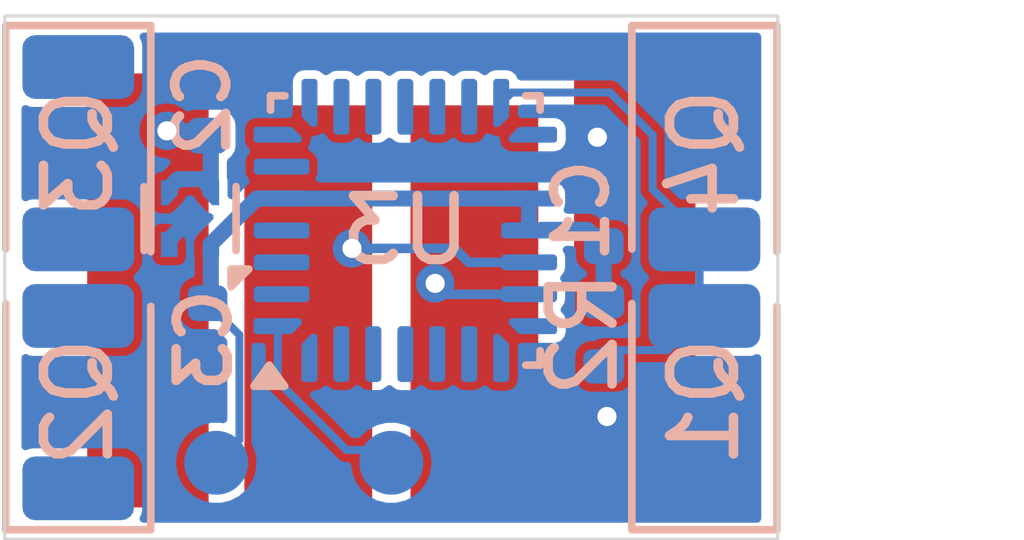
<source format=kicad_pcb>
(kicad_pcb (version 20240108) (generator "pcbnew") (generator_version "8.0")
  (layers (0 "F.Cu" signal) (31 "B.Cu" signal) (34 "B.Paste" user) (35 "F.Paste" user) (36 "B.SilkS" user "B.Silkscreen") (37 "F.SilkS" user "F.Silkscreen") (38 "B.Mask" user) (39 "F.Mask" user) (44 "Edge.Cuts" user))
  (net 0 "")
  (net 1 "GND")
  (net 2 "+5V")
  (net 3 "+3.3V")
  (net 4 "/DP")
  (net 5 "/DM")
  (net 6 "/SWDIO")
  (net 7 "/SWCLK")
  (net 8 "/nRST")
  (net 21 "unconnected-(U3-PA0-Pad6)")
  (net 23 "/BOOT0")
  (net 24 "/IR_DET")
  (footprint "footprints:usb-PCB" (layer "F.Cu") (at 149.71 100.1 180)
    (property "Reference" "J1" (hide yes))
    (property "Value" "USB_A" (hide yes))
    (pad "1" connect rect (at 3.81 -4.3 180) (size 1.9 6.8) (layers "F.Cu" "F.Mask") (net 2 "+5V"))
    (pad "2" connect rect (at 1.3 -4.55 180) (size 2 6.3) (layers "F.Cu" "F.Mask") (net 5 "/DM"))
    (pad "3" connect rect (at -1.3 -4.55 180) (size 2 6.3) (layers "F.Cu" "F.Mask") (net 4 "/DP"))
    (pad "4" connect rect (at -3.81 -4.3 180) (size 1.9 6.8) (layers "F.Cu" "F.Mask") (net 1 "GND"))
  )
  (footprint "footprints:LED_1206_3216Metric_IPC_C" (layer "B.Cu") (at 144.81 106.15 -90)
    (property "Reference" "Q2" (at 0 0 -90) (layer "B.SilkS") (effects (justify mirror)))
    (property "Value" "Würth 1541201NC3060" (hide yes))
    (fp_line (start -1.5425 1.135) (end 2 1.135) (stroke (width 0.12)) (layer "B.SilkS"))
    (fp_line (start 2 -1.135) (end 2 1.135) (stroke (width 0.12)) (layer "B.SilkS"))
    (fp_line (start 2 -1.135) (end -1.5 -1.135) (stroke (width 0.12)) (layer "B.SilkS"))
    (pad "1" smd roundrect (at -1.35 0 270) (size 1 1.75) (layers "B.Cu" "B.Paste" "B.Mask") (roundrect_rratio 0.2))
    (pad "2" smd roundrect (at 1.35 0 270) (size 1 1.75) (layers "B.Cu" "B.Paste" "B.Mask") (roundrect_rratio 0.2))
  )
  (footprint "footprints:TestPoint_Pad_D0.8mm" (layer "B.Cu") (at 150.01 106.55 180)
    (property "Reference" "TP1" (hide yes))
    (property "Value" "~" (hide yes))
    (pad "1" smd circle (at 0.3 -0.55 180) (size 1 1) (layers "B.Cu" "B.Mask") (net 23 "/BOOT0"))
  )
  (footprint "footprints:LED_1206_3216Metric_IPC_C" (layer "B.Cu") (at 154.61 102.25 90)
    (property "Reference" "Q4" (at 0 0 90) (layer "B.SilkS") (effects (justify mirror)))
    (property "Value" "Würth 1541201NC3060" (hide yes))
    (fp_line (start 2 -1.135) (end -1.5 -1.135) (stroke (width 0.12)) (layer "B.SilkS"))
    (fp_line (start 2 -1.135) (end 2 1.135) (stroke (width 0.12)) (layer "B.SilkS"))
    (fp_line (start -1.5425 1.135) (end 2 1.135) (stroke (width 0.12)) (layer "B.SilkS"))
    (pad "1" smd roundrect (at -1.35 0 90) (size 1 1.75) (layers "B.Cu" "B.Paste" "B.Mask") (roundrect_rratio 0.2) (net 24 "/IR_DET"))
    (pad "2" smd roundrect (at 1.35 0 90) (size 1 1.75) (layers "B.Cu" "B.Paste" "B.Mask") (roundrect_rratio 0.2) (net 1 "GND"))
  )
  (footprint "Package_DFN_QFN:OnSemi_XDFN4-1EP_1.0x1.0mm_EP0.52x0.52mm" (layer "B.Cu") (at 146.56 103.275 90)
    (property "Reference" "U2" (hide yes))
    (property "Value" "NCP115AMX330TCG" (hide yes))
    (fp_line (start 0.5 -0.72) (end -0.5 -0.72) (stroke (width 0.12)) (layer "B.SilkS"))
    (fp_line (start -0.5 0.72) (end 0.5 0.72) (stroke (width 0.12)) (layer "B.SilkS"))
    (fp_poly (pts (xy -0.79 0.64) (xy -1.07 0.64) (xy -0.79 0.92) (xy -0.79 0.64)) (stroke (width 0.12)) (fill solid) (layer "B.SilkS"))
    (pad "1" smd custom (at -0.485 0.325 180) (size 0.26 0.23) (layers "B.Cu" "B.Paste" "B.Mask") (net 3 "+3.3V") (options (clearance outline) (anchor rect)) (primitives (gr_poly (pts (xy 0.13 0.115) (xy -0.13 0.115) (xy -0.13 0.275) (xy -0.02 0.275)) (width 0) (fill yes))))
    (pad "2" smd custom (at -0.485 -0.325 180) (size 0.26 0.23) (layers "B.Cu" "B.Paste" "B.Mask") (net 1 "GND") (options (clearance outline) (anchor rect)) (primitives (gr_poly (pts (xy 0.13 0.115) (xy -0.13 0.115) (xy 0.02 0.275) (xy 0.13 0.275)) (width 0) (fill yes))))
    (pad "3" smd custom (at 0.485 -0.325) (size 0.26 0.23) (layers "B.Cu" "B.Paste" "B.Mask") (net 2 "+5V") (options (clearance outline) (anchor rect)) (primitives (gr_poly (pts (xy 0.13 0.115) (xy -0.13 0.115) (xy -0.13 0.275) (xy -0.02 0.275)) (width 0) (fill yes))))
    (pad "4" smd custom (at 0.485 0.325) (size 0.26 0.23) (layers "B.Cu" "B.Paste" "B.Mask") (net 2 "+5V") (options (clearance outline) (anchor rect)) (primitives (gr_poly (pts (xy 0.13 0.115) (xy -0.13 0.115) (xy 0.02 0.275) (xy 0.13 0.275)) (width 0) (fill yes))))
    (pad "5" smd rect (at 0 0 315) (size 0.52 0.52) (layers "B.Cu" "B.Paste" "B.Mask") (net 1 "GND"))
  )
  (footprint "footprints:C_0402_1005Metric_noSS" (layer "B.Cu") (at 146.835 105.08 90)
    (property "Reference" "C3" (at -0.1 -0.055699 -90) (layer "B.SilkS") (effects (font (size 0.8 0.8)) (justify mirror)))
    (property "Value" "1µ" (hide yes))
    (pad "1" smd roundrect (at -0.48 0 90) (size 0.56 0.62) (layers "B.Cu" "B.Paste" "B.Mask") (net 1 "GND"))
    (pad "2" smd roundrect (at 0.48 0 90) (size 0.56 0.62) (layers "B.Cu" "B.Paste" "B.Mask") (net 3 "+3.3V"))
  )
  (footprint "Package_DFN_QFN:QFN-28_4x4mm_P0.5mm" (layer "B.Cu") (at 149.9294 103.460266)
    (property "Reference" "U3" (at 0 0 0) (layer "B.SilkS") (effects (justify mirror)))
    (property "Value" "STM32F042G6Ux" (hide yes))
    (fp_line (start -2.11 -2.11) (end -1.885 -2.11) (stroke (width 0.12)) (layer "B.SilkS"))
    (fp_line (start -2.11 -1.885) (end -2.11 -2.11) (stroke (width 0.12)) (layer "B.SilkS"))
    (fp_line (start 2.11 -2.11) (end 1.885 -2.11) (stroke (width 0.12)) (layer "B.SilkS"))
    (fp_line (start 2.11 -1.885) (end 2.11 -2.11) (stroke (width 0.12)) (layer "B.SilkS"))
    (fp_line (start 2.11 1.885) (end 2.11 2.11) (stroke (width 0.12)) (layer "B.SilkS"))
    (fp_line (start 2.11 2.11) (end 1.885 2.11) (stroke (width 0.12)) (layer "B.SilkS"))
    (fp_poly (pts (xy -2.13 2.11) (xy -2.37 2.44) (xy -1.89 2.44) (xy -2.13 2.11)) (stroke (width 0.12)) (fill solid) (layer "B.SilkS"))
    (pad "1" smd custom (at -1.9975 1.5) (size 0.136863 0.136863) (layers "B.Cu" "B.Paste" "B.Mask") (net 23 "/BOOT0") (options (clearance outline) (anchor circle)) (primitives (gr_poly (pts (xy -0.3325 0.08) (xy 0.19886 0.08) (xy 0.3325 -0.05364) (xy 0.3325 -0.08) (xy -0.3325 -0.08)) (width 0.09) (fill yes))))
    (pad "2" smd roundrect (at -1.9375 1) (size 0.875 0.25) (layers "B.Cu" "B.Paste" "B.Mask"))
    (pad "3" smd roundrect (at -1.9375 0.5) (size 0.875 0.25) (layers "B.Cu" "B.Paste" "B.Mask"))
    (pad "4" smd roundrect (at -1.9375 0) (size 0.875 0.25) (layers "B.Cu" "B.Paste" "B.Mask") (net 8 "/nRST"))
    (pad "5" smd roundrect (at -1.9375 -0.5) (size 0.875 0.25) (layers "B.Cu" "B.Paste" "B.Mask") (net 3 "+3.3V"))
    (pad "6" smd roundrect (at -1.9375 -1) (size 0.875 0.25) (layers "B.Cu" "B.Paste" "B.Mask") (net 21 "unconnected-(U3-PA0-Pad6)"))
    (pad "7" smd custom (at -1.9975 -1.5) (size 0.136863 0.136863) (layers "B.Cu" "B.Paste" "B.Mask") (options (clearance outline) (anchor circle)) (primitives (gr_poly (pts (xy -0.3325 0.08) (xy 0.3325 0.08) (xy 0.3325 0.05364) (xy 0.19886 -0.08) (xy -0.3325 -0.08)) (width 0.09) (fill yes))))
    (pad "8" smd custom (at -1.5 -1.9975) (size 0.136863 0.136863) (layers "B.Cu" "B.Paste" "B.Mask") (options (clearance outline) (anchor circle)) (primitives (gr_poly (pts (xy -0.08 0.19886) (xy 0.05364 0.3325) (xy 0.08 0.3325) (xy 0.08 -0.3325) (xy -0.08 -0.3325)) (width 0.09) (fill yes))))
    (pad "9" smd roundrect (at -1 -1.9375) (size 0.25 0.875) (layers "B.Cu" "B.Paste" "B.Mask"))
    (pad "10" smd roundrect (at -0.5 -1.9375) (size 0.25 0.875) (layers "B.Cu" "B.Paste" "B.Mask"))
    (pad "11" smd roundrect (at 0 -1.9375) (size 0.25 0.875) (layers "B.Cu" "B.Paste" "B.Mask"))
    (pad "12" smd roundrect (at 0.5 -1.9375) (size 0.25 0.875) (layers "B.Cu" "B.Paste" "B.Mask"))
    (pad "13" smd roundrect (at 1 -1.9375) (size 0.25 0.875) (layers "B.Cu" "B.Paste" "B.Mask"))
    (pad "14" smd custom (at 1.5 -1.9975) (size 0.136863 0.136863) (layers "B.Cu" "B.Paste" "B.Mask") (net 24 "/IR_DET") (options (clearance outline) (anchor circle)) (primitives (gr_poly (pts (xy -0.08 0.3325) (xy -0.05364 0.3325) (xy 0.08 0.19886) (xy 0.08 -0.3325) (xy -0.08 -0.3325)) (width 0.09) (fill yes))))
    (pad "15" smd custom (at 1.9975 -1.5) (size 0.136863 0.136863) (layers "B.Cu" "B.Paste" "B.Mask") (options (clearance outline) (anchor circle)) (primitives (gr_poly (pts (xy -0.3325 0.08) (xy 0.3325 0.08) (xy 0.3325 -0.08) (xy -0.19886 -0.08) (xy -0.3325 0.05364)) (width 0.09) (fill yes))))
    (pad "16" smd roundrect (at 1.9375 -1) (size 0.875 0.25) (layers "B.Cu" "B.Paste" "B.Mask") (net 1 "GND"))
    (pad "17" smd roundrect (at 1.9375 -0.5) (size 0.875 0.25) (layers "B.Cu" "B.Paste" "B.Mask") (net 3 "+3.3V"))
    (pad "18" smd roundrect (at 1.9375 0) (size 0.875 0.25) (layers "B.Cu" "B.Paste" "B.Mask") (net 3 "+3.3V"))
    (pad "19" smd roundrect (at 1.9375 0.5) (size 0.875 0.25) (layers "B.Cu" "B.Paste" "B.Mask") (net 5 "/DM"))
    (pad "20" smd roundrect (at 1.9375 1) (size 0.875 0.25) (layers "B.Cu" "B.Paste" "B.Mask") (net 4 "/DP"))
    (pad "21" smd custom (at 1.9975 1.5) (size 0.136863 0.136863) (layers "B.Cu" "B.Paste" "B.Mask") (net 6 "/SWDIO") (options (clearance outline) (anchor circle)) (primitives (gr_poly (pts (xy -0.3325 -0.05364) (xy -0.19886 0.08) (xy 0.3325 0.08) (xy 0.3325 -0.08) (xy -0.3325 -0.08)) (width 0.09) (fill yes))))
    (pad "22" smd custom (at 1.5 1.9975) (size 0.136863 0.136863) (layers "B.Cu" "B.Paste" "B.Mask") (net 7 "/SWCLK") (options (clearance outline) (anchor circle)) (primitives (gr_poly (pts (xy -0.08 0.3325) (xy 0.08 0.3325) (xy 0.08 -0.19886) (xy -0.05364 -0.3325) (xy -0.08 -0.3325)) (width 0.09) (fill yes))))
    (pad "23" smd roundrect (at 1 1.9375) (size 0.25 0.875) (layers "B.Cu" "B.Paste" "B.Mask"))
    (pad "24" smd roundrect (at 0.5 1.9375) (size 0.25 0.875) (layers "B.Cu" "B.Paste" "B.Mask"))
    (pad "25" smd roundrect (at 0 1.9375) (size 0.25 0.875) (layers "B.Cu" "B.Paste" "B.Mask"))
    (pad "26" smd roundrect (at -0.5 1.9375) (size 0.25 0.875) (layers "B.Cu" "B.Paste" "B.Mask"))
    (pad "27" smd roundrect (at -1 1.9375) (size 0.25 0.875) (layers "B.Cu" "B.Paste" "B.Mask"))
    (pad "28" smd custom (at -1.5 1.9975) (size 0.136863 0.136863) (layers "B.Cu" "B.Paste" "B.Mask") (options (clearance outline) (anchor circle)) (primitives (gr_poly (pts (xy -0.08 0.3325) (xy 0.08 0.3325) (xy 0.08 -0.3325) (xy 0.05364 -0.3325) (xy -0.08 -0.19886)) (width 0.09) (fill yes))))
  )
  (footprint "footprints:C_0402_1005Metric_noSS" (layer "B.Cu") (at 146.835 101.495 90)
    (property "Reference" "C2" (at 0 -0.079537 -90) (layer "B.SilkS") (effects (font (size 0.8 0.8)) (justify mirror)))
    (property "Value" "1µ" (hide yes))
    (pad "1" smd roundrect (at -0.48 0 90) (size 0.56 0.62) (layers "B.Cu" "B.Paste" "B.Mask") (net 2 "+5V"))
    (pad "2" smd roundrect (at 0.48 0 90) (size 0.56 0.62) (layers "B.Cu" "B.Paste" "B.Mask") (net 1 "GND"))
  )
  (footprint "footprints:LED_1206_3216Metric_IPC_C" (layer "B.Cu") (at 144.81 102.25 90)
    (property "Reference" "Q3" (at 0 0 90) (layer "B.SilkS") (effects (justify mirror)))
    (property "Value" "Würth 1541201NC3060" (hide yes))
    (fp_line (start 2 -1.135) (end -1.5 -1.135) (stroke (width 0.12)) (layer "B.SilkS"))
    (fp_line (start 2 -1.135) (end 2 1.135) (stroke (width 0.12)) (layer "B.SilkS"))
    (fp_line (start -1.5425 1.135) (end 2 1.135) (stroke (width 0.12)) (layer "B.SilkS"))
    (pad "1" smd roundrect (at -1.35 0 90) (size 1 1.75) (layers "B.Cu" "B.Paste" "B.Mask") (roundrect_rratio 0.2))
    (pad "2" smd roundrect (at 1.35 0 90) (size 1 1.75) (layers "B.Cu" "B.Paste" "B.Mask") (roundrect_rratio 0.2))
  )
  (footprint "footprints:R_0402_1005Metric_noSS" (layer "B.Cu") (at 153.035 105.08 -90)
    (property "Reference" "R2" (at 0 0.325 90) (layer "B.SilkS") (effects (justify mirror)))
    (property "Value" "2k2" (hide yes))
    (pad "1" smd roundrect (at -0.51 0 270) (size 0.54 0.64) (layers "B.Cu" "B.Paste" "B.Mask") (net 3 "+3.3V"))
    (pad "2" smd roundrect (at 0.51 0 270) (size 0.54 0.64) (layers "B.Cu" "B.Paste" "B.Mask") (net 24 "/IR_DET"))
  )
  (footprint "footprints:TestPoint_Pad_D0.8mm" (layer "B.Cu") (at 148.41 106.55)
    (property "Reference" "TP2" (hide yes))
    (property "Value" "~" (hide yes))
    (pad "1" smd circle (at -1.44 0.55) (size 1 0.8) (layers "B.Cu" "B.Mask") (net 3 "+3.3V"))
  )
  (footprint "footprints:C_0402_1005Metric_noSS" (layer "B.Cu") (at 153.035 103.225 -90)
    (property "Reference" "C1" (at -0.075001 0.349999 -90) (layer "B.SilkS") (effects (font (size 0.8 0.8)) (justify mirror)))
    (property "Value" "4.7µ" (hide yes))
    (pad "1" smd roundrect (at -0.48 0 270) (size 0.56 0.62) (layers "B.Cu" "B.Paste" "B.Mask") (net 1 "GND"))
    (pad "2" smd roundrect (at 0.48 0 270) (size 0.56 0.62) (layers "B.Cu" "B.Paste" "B.Mask") (net 3 "+3.3V"))
  )
  (footprint "footprints:TestPoint_Pad_D0.8mm" (layer "B.Cu") (at 159.385 106.9 180)
    (property "Reference" "TP3" (hide yes))
    (property "Value" "~" (hide yes))
    (pad "1" smd circle (at 6.935 -0.2 180) (size 1 0.8) (layers "B.Cu" "B.Mask") (net 1 "GND"))
  )
  (footprint "footprints:LED_1206_3216Metric_IPC_C" (layer "B.Cu") (at 154.61 106.15 -90)
    (property "Reference" "Q1" (at 0 0 -90) (layer "B.SilkS") (effects (justify mirror)))
    (property "Value" "Würth 1541201NC3060" (hide yes))
    (fp_line (start -1.5425 1.135) (end 2 1.135) (stroke (width 0.12)) (layer "B.SilkS"))
    (fp_line (start 2 -1.135) (end 2 1.135) (stroke (width 0.12)) (layer "B.SilkS"))
    (fp_line (start 2 -1.135) (end -1.5 -1.135) (stroke (width 0.12)) (layer "B.SilkS"))
    (pad "1" smd roundrect (at -1.35 0 270) (size 1 1.75) (layers "B.Cu" "B.Paste" "B.Mask") (roundrect_rratio 0.2) (net 24 "/IR_DET"))
    (pad "2" smd roundrect (at 1.35 0 270) (size 1 1.75) (layers "B.Cu" "B.Paste" "B.Mask") (roundrect_rratio 0.2) (net 1 "GND"))
  )
  (gr_line (start 155.76 108.3) (end 155.76 100.1) (stroke (width 0.05)) (layer "Edge.Cuts"))
  (gr_line (start 143.66 108.3) (end 155.76 108.3) (stroke (width 0.05)) (layer "Edge.Cuts"))
  (gr_line (start 155.76 100.1) (end 143.66 100.1) (stroke (width 0.05)) (layer "Edge.Cuts"))
  (gr_line (start 143.66 100.1) (end 143.66 108.3) (stroke (width 0.05)) (layer "Edge.Cuts"))
  (segment (start 153.363106 104.441023) (end 153.363687 104.441604) (width 0.15) (layer "F.Cu") (net 1))
  (segment (start 153.363106 102.601023) (end 153.363106 104.441023) (width 0.15) (layer "F.Cu") (net 1))
  (via (at 153.085 106.375) (size 0.6) (drill 0.3) (layers "F.Cu" "B.Cu") (net 1))
  (via (at 152.935 102) (size 0.6) (drill 0.3) (layers "F.Cu" "B.Cu") (net 1))
  (segment (start 146.235 103.6) (end 146.56 103.275) (width 0.25) (layer "B.Cu") (net 1))
  (segment (start 146.050399 102.908316) (end 145.743106 102.601023) (width 0.25) (layer "F.Cu") (net 2))
  (via (at 146.1975 101.899364) (size 0.6) (drill 0.3) (layers "F.Cu" "B.Cu") (net 2))
  (segment (start 146.203136 101.905) (end 146.885 101.905) (width 0.25) (layer "B.Cu") (net 2))
  (segment (start 146.367696 102.657304) (end 146.752304 102.657304) (width 0.25) (layer "B.Cu") (net 2))
  (segment (start 146.235 102.79) (end 146.367696 102.657304) (width 0.25) (layer "B.Cu") (net 2))
  (segment (start 146.1975 101.899364) (end 146.203136 101.905) (width 0.25) (layer "B.Cu") (net 2))
  (segment (start 146.885 101.905) (end 146.885 102.8125) (width 0.25) (layer "B.Cu") (net 2))
  (segment (start 146.885 102.8125) (end 146.827304 102.754804) (width 0.25) (layer "B.Cu") (net 2))
  (segment (start 146.835 104.64) (end 146.835 104.595) (width 0.25) (layer "B.Cu") (net 3))
  (segment (start 151.970606 103.4) (end 152.033106 103.4625) (width 0.125) (layer "B.Cu") (net 3))
  (segment (start 146.835 104.595) (end 146.885 104.545) (width 0.25) (layer "B.Cu") (net 3))
  (segment (start 151.8669 102.960266) (end 151.8669 103.25) (width 0.25) (layer "B.Cu") (net 3))
  (segment (start 146.885 104.545) (end 146.885 103.675) (width 0.25) (layer "B.Cu") (net 3))
  (segment (start 146.835 104.6) (end 147.3325 105.0975) (width 0.125) (layer "B.Cu") (net 3))
  (segment (start 147.599734 102.960266) (end 147.9919 102.960266) (width 0.25) (layer "B.Cu") (net 3))
  (segment (start 153.035 103.705) (end 153.035 104.315) (width 0.25) (layer "B.Cu") (net 3))
  (segment (start 151.8669 102.960266) (end 151.8669 103.460266) (width 0.25) (layer "B.Cu") (net 3))
  (segment (start 147.3325 106.7375) (end 147.17 106.9) (width 0.125) (layer "B.Cu") (net 3))
  (segment (start 152.0669 103.45) (end 152.78 103.45) (width 0.25) (layer "B.Cu") (net 3))
  (segment (start 146.885 103.675) (end 147.599734 102.960266) (width 0.25) (layer "B.Cu") (net 3))
  (segment (start 147.9919 102.960266) (end 151.8669 102.960266) (width 0.25) (layer "B.Cu") (net 3))
  (segment (start 147.3325 105.0975) (end 147.3325 106.7375) (width 0.125) (layer "B.Cu") (net 3))
  (segment (start 152.78 103.45) (end 153.035 103.705) (width 0.25) (layer "B.Cu") (net 3))
  (segment (start 150.853106 103.331023) (end 150.283106 103.901023) (width 0.15) (layer "F.Cu") (net 4))
  (segment (start 150.853106 102.351023) (end 150.853106 103.331023) (width 0.15) (layer "F.Cu") (net 4))
  (via (at 150.395997 104.289551) (size 0.6) (drill 0.3) (layers "F.Cu" "B.Cu") (net 4))
  (segment (start 151.8669 104.460266) (end 150.566712 104.460266) (width 0.15) (layer "B.Cu") (net 4))
  (segment (start 150.566712 104.460266) (end 150.395997 104.289551) (width 0.15) (layer "B.Cu") (net 4))
  (via (at 149.093497 103.741548) (size 0.6) (drill 0.3) (layers "F.Cu" "B.Cu") (net 5))
  (segment (start 151.8669 103.960266) (end 150.920266 103.960266) (width 0.15) (layer "B.Cu") (net 5))
  (segment (start 150.701548 103.741548) (end 149.093497 103.741548) (width 0.15) (layer "B.Cu") (net 5))
  (segment (start 150.920266 103.960266) (end 150.701548 103.741548) (width 0.15) (layer "B.Cu") (net 5))
  (segment (start 148.133106 102.425) (end 148.095606 102.4625) (width 0.15) (layer "B.Cu") (net 21))
  (segment (start 148.095606 102.4625) (end 148.095606 102.4) (width 0.125) (layer "B.Cu") (net 21))
  (segment (start 147.9319 104.960266) (end 147.9319 105.8219) (width 0.125) (layer "B.Cu") (net 23))
  (segment (start 147.9319 105.8219) (end 149.01 106.9) (width 0.125) (layer "B.Cu") (net 23))
  (segment (start 149.01 106.9) (end 149.71 106.9) (width 0.125) (layer "B.Cu") (net 23))
  (segment (start 154.035 105.335) (end 154.535 104.835) (width 0.125) (layer "B.Cu") (net 24))
  (segment (start 153.135 101.3) (end 153.8 101.965) (width 0.125) (layer "B.Cu") (net 24))
  (segment (start 154.535 104.835) (end 154.535 103.55) (width 0.125) (layer "B.Cu") (net 24))
  (segment (start 151.592166 101.3) (end 153.135 101.3) (width 0.125) (layer "B.Cu") (net 24))
  (segment (start 151.4294 101.462766) (end 151.592166 101.3) (width 0.125) (layer "B.Cu") (net 24))
  (segment (start 153.8 101.965) (end 153.8 102.815) (width 0.125) (layer "B.Cu") (net 24))
  (segment (start 153.8 102.815) (end 154.535 103.55) (width 0.125) (layer "B.Cu") (net 24))
  (segment (start 153.035 105.335) (end 154.035 105.335) (width 0.125) (layer "B.Cu") (net 24))
  (zone (net 1) (net_name "GND") (layer "B.Cu") (connect_pads thru_hole_only (clearance 0.125)) (min_thickness 0.125) (fill yes (thermal_gap 0.5) (thermal_bridge_width 0.5))
    (polygon (pts (xy 143.585 100.3) (xy 143.585 108.3) (xy 145.86 108.3) (xy 155.885 108.3) (xy 155.885 100.3)))
  )
)
</source>
